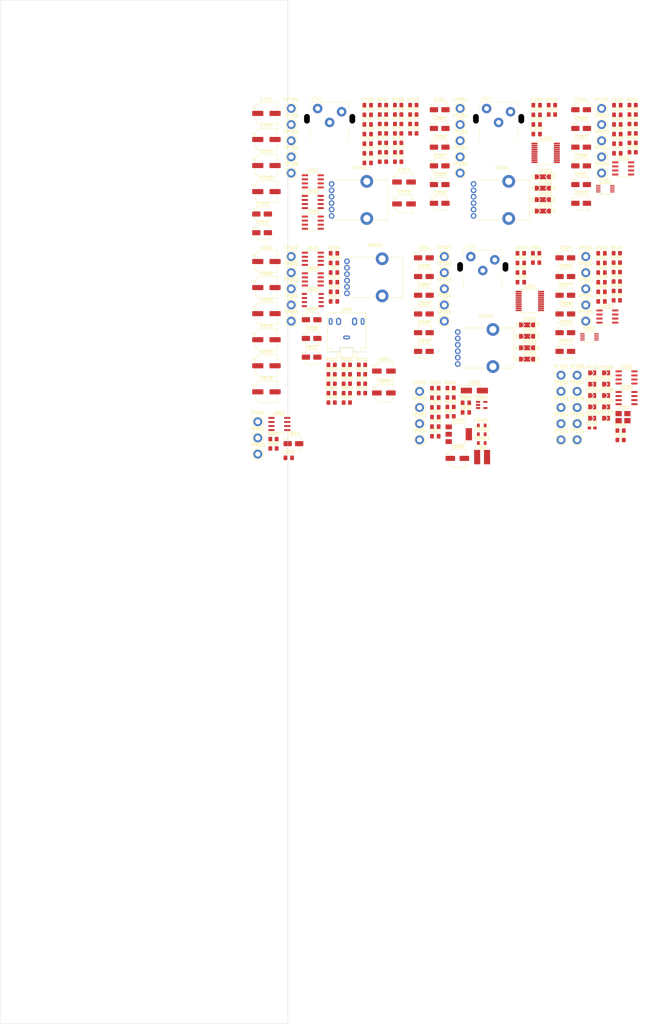
<source format=kicad_pcb>
(kicad_pcb (version 20221018) (generator pcbnew)
  (layers (0 "F.Cu" signal) (31 "B.Cu" signal) (34 "B.Paste" user) (35 "F.Paste" user) (36 "B.SilkS" user "B.Silkscreen") (37 "F.SilkS" user "F.Silkscreen") (38 "B.Mask" user) (39 "F.Mask" user) (44 "Edge.Cuts" user))
  (net 0 "")
  (net 1 "Net-(JP101-B)")
  (net 2 "GND")
  (net 3 "Net-(C201-Pad1)")
  (net 4 "Net-(J201-IN1)")
  (net 5 "Net-(C202-Pad1)")
  (net 6 "Net-(J201-IN2)")
  (net 7 "VDD")
  (net 8 "Net-(U201-COM)")
  (net 9 "Net-(U201-VREFP)")
  (net 10 "VAA")
  (net 11 "Net-(C301-Pad1)")
  (net 12 "Net-(J301-IN1)")
  (net 13 "Net-(C302-Pad1)")
  (net 14 "Net-(J301-IN2)")
  (net 15 "Net-(U301-COM)")
  (net 16 "Net-(U301-VREFP)")
  (net 17 "Net-(U401-VQ)")
  (net 18 "Net-(U401-FILT+)")
  (net 19 "Net-(U401-AOUTL)")
  (net 20 "Net-(C407-Pad2)")
  (net 21 "Net-(U401-AOUTR)")
  (net 22 "Net-(C409-Pad1)")
  (net 23 "Net-(C410-Pad1)")
  (net 24 "Net-(U402A-+)")
  (net 25 "Net-(U402B-+)")
  (net 26 "Net-(U501-VQ)")
  (net 27 "Net-(U501-FILT+)")
  (net 28 "Net-(U501-AOUTL)")
  (net 29 "Net-(C507-Pad2)")
  (net 30 "Net-(U501-AOUTR)")
  (net 31 "Net-(C509-Pad1)")
  (net 32 "Net-(C510-Pad1)")
  (net 33 "Net-(U502A-+)")
  (net 34 "Net-(U502B-+)")
  (net 35 "/AudioDac0/OUT_L")
  (net 36 "Net-(C601-Pad2)")
  (net 37 "/AudioDac0/OUT_R")
  (net 38 "Net-(C602-Pad2)")
  (net 39 "Net-(C603-Pad1)")
  (net 40 "Net-(U601A-+)")
  (net 41 "Net-(C604-Pad1)")
  (net 42 "Net-(U602A-+)")
  (net 43 "Net-(U601B--)")
  (net 44 "Net-(C605-Pad2)")
  (net 45 "Net-(U602B--)")
  (net 46 "Net-(C606-Pad2)")
  (net 47 "Net-(C607-Pad2)")
  (net 48 "Net-(C608-Pad2)")
  (net 49 "Net-(U603-Input1+)")
  (net 50 "VAA_BIAS_L")
  (net 51 "Net-(U603-Input2+)")
  (net 52 "VAA_BIAS_R")
  (net 53 "Net-(U603-OUTPUT1)")
  (net 54 "Net-(C614-Pad2)")
  (net 55 "Net-(U603-OUTPUT2)")
  (net 56 "Net-(C615-Pad2)")
  (net 57 "Net-(C616-Pad2)")
  (net 58 "Net-(C617-Pad2)")
  (net 59 "/AudioDac1/OUT_L")
  (net 60 "Net-(C701-Pad2)")
  (net 61 "/AudioDac1/OUT_R")
  (net 62 "Net-(C702-Pad2)")
  (net 63 "Net-(C704-Pad1)")
  (net 64 "Net-(U701A-+)")
  (net 65 "Net-(C705-Pad1)")
  (net 66 "Net-(U702A-+)")
  (net 67 "Net-(U701B--)")
  (net 68 "Net-(C708-Pad2)")
  (net 69 "Net-(U702B--)")
  (net 70 "Net-(C709-Pad2)")
  (net 71 "Net-(C710-Pad2)")
  (net 72 "Net-(C711-Pad2)")
  (net 73 "Net-(U703A--)")
  (net 74 "Net-(C712-Pad2)")
  (net 75 "Net-(U703B--)")
  (net 76 "Net-(C713-Pad2)")
  (net 77 "Net-(C714-Pad1)")
  (net 78 "Net-(J701-IN1)")
  (net 79 "Net-(C715-Pad1)")
  (net 80 "Net-(J701-IN2)")
  (net 81 "Net-(U801A-+)")
  (net 82 "/AudioPower/Boost in")
  (net 83 "/AudioPower/7V")
  (net 84 "/AudioPower/Boost Feedback")
  (net 85 "Net-(U902-VI)")
  (net 86 "Net-(U902-VO)")
  (net 87 "/AudioPower/Boost Sw")
  (net 88 "Net-(D902-A)")
  (net 89 "Net-(D903-A)")
  (net 90 "+5V")
  (net 93 "/MCLK")
  (net 94 "/ADC0_MCLK")
  (net 95 "/ADC1_MCLK")
  (net 96 "/DAC0_MCLK")
  (net 97 "/DAC1_MCLK")
  (net 98 "Net-(JP106-A)")
  (net 99 "/BCLK")
  (net 100 "/ADC0_BCLK")
  (net 101 "/ADC1_BCLK")
  (net 102 "/DAC0_BCLK")
  (net 103 "/DAC1_BCLK")
  (net 104 "/ADC_IWL")
  (net 105 "/ADC_FSAMPEN")
  (net 106 "/ADC_FORMAT")
  (net 107 "/ADC_CONFIG.ADC_M{slash}S")
  (net 108 "/ADC_M{slash}S")
  (net 109 "Net-(U101-Tri-State)")
  (net 110 "Net-(U201-AINL)")
  (net 111 "Net-(U201-AINR)")
  (net 112 "Net-(U301-AINL)")
  (net 113 "Net-(U301-AINR)")
  (net 114 "Net-(U601A--)")
  (net 115 "Net-(U602A--)")
  (net 116 "Net-(U603-Input1-)")
  (net 117 "Net-(U603-Input2-)")
  (net 118 "Net-(U701A--)")
  (net 119 "Net-(U702A--)")
  (net 120 "Net-(U703A-+)")
  (net 121 "Net-(U703B-+)")
  (net 122 "Net-(U201-AINOPL)")
  (net 124 "Net-(U201-AINOPR)")
  (net 126 "Net-(U301-AINOPL)")
  (net 128 "Net-(U301-AINOPR)")
  (net 130 "/ADCIN0")
  (net 131 "/ADCIN1")
  (net 132 "/LRCLK")
  (net 133 "/DACOUT0")
  (net 134 "/DACOUT1")
  (net 135 "/AudioPower/VA_en")
  (footprint "Package_SO:SSOP-20_5.3x7.2mm_P0.65mm" (layer "F.Cu") (at 170.66 47.74)
    (fp_text reference "U201")
    (fp_text value "WM8782SEDS")
  )
  (footprint "Jumper:SolderJumper-2_P1.3mm_Open_TrianglePad1.0x1.5mm" (layer "F.Cu") (at 189.56 116.5)
    (fp_text reference "JP106")
    (fp_text value "Jumper_2_Open")
  )
  (footprint "Package_SO:SOIC-8_3.9x4.9mm_P1.27mm" (layer "F.Cu") (at 195.96 124.4)
    (fp_text reference "U103")
    (fp_text value "CY2305SXC-1HT")
  )
  (footprint "Resistor_SMD:R_0805_2012Metric_Pad1.20x1.40mm_HandSolder" (layer "F.Cu") (at 103.7 116.95)
    (fp_text reference "R602")
    (fp_text value "22k")
  )
  (footprint "TestPoint:TestPoint_Keystone_5005-5009_Compact" (layer "F.Cu") (at 188.16 43.95)
    (fp_text reference "TP403")
    (fp_text value "TestPoint")
  )
  (footprint "Package_SO:SSOP-20_5.3x7.2mm_P0.65mm" (layer "F.Cu") (at 165.71 94.04)
    (fp_text reference "U301")
    (fp_text value "WM8782SEDS")
  )
  (footprint "Package_SO:SOIC-8_3.9x4.9mm_P1.27mm" (layer "F.Cu") (at 97.8 63.1)
    (fp_text reference "U702")
    (fp_text value "NE5532")
  )
  (footprint "Resistor_SMD:R_0805_2012Metric_Pad1.20x1.40mm_HandSolder" (layer "F.Cu") (at 124.51 47.55)
    (fp_text reference "R713")
    (fp_text value "5k1")
  )
  (footprint "Capacitor_SMD:CP_Elec_4x5.8" (layer "F.Cu") (at 181.76 57.65)
    (fp_text reference "C411")
    (fp_text value "10uF/25V")
  )
  (footprint "Resistor_SMD:R_0805_2012Metric_Pad1.20x1.40mm_HandSolder" (layer "F.Cu") (at 108.45 122.85)
    (fp_text reference "R609")
    (fp_text value "100R")
  )
  (footprint "Resistor_SMD:R_0805_2012Metric_Pad1.20x1.40mm_HandSolder" (layer "F.Cu") (at 197.87 32.8)
    (fp_text reference "R401")
    (fp_text value "10k")
  )
  (footprint "Resistor_SMD:R_0805_2012Metric_Pad1.20x1.40mm_HandSolder" (layer "F.Cu") (at 85.5 140.15)
    (fp_text reference "R802")
    (fp_text value "22k")
  )
  (footprint "Capacitor_SMD:CP_Elec_4x5.8" (layer "F.Cu") (at 132.56 92.25)
    (fp_text reference "C304")
    (fp_text value "10uF/25V")
  )
  (footprint "Capacitor_SMD:C_0805_2012Metric_Pad1.18x1.45mm_HandSolder" (layer "F.Cu") (at 90.28 143.08)
    (fp_text reference "C801")
    (fp_text value "100nF/50V")
  )
  (footprint "Capacitor_SMD:C_0805_2012Metric_Pad1.18x1.45mm_HandSolder" (layer "F.Cu") (at 136.14 130.31)
    (fp_text reference "C904")
    (fp_text value "4.7uF/25V")
  )
  (footprint "TestPoint:TestPoint_Keystone_5005-5009_Compact" (layer "F.Cu") (at 131.21 127.35)
    (fp_text reference "TP902")
    (fp_text value "TestPoint")
  )
  (footprint "Jumper:SolderJumper-3_P2.0mm_Open_TrianglePad1.0x1.5mm_NumberLabels" (layer "F.Cu") (at 169.79 62.36)
    (fp_text reference "JP203")
    (fp_text value "SolderJumper_3_Bridged12")
  )
  (footprint "TestPoint:TestPoint_Keystone_5005-5009_Compact" (layer "F.Cu") (at 180.51 117.25)
    (fp_text reference "TP106")
    (fp_text value "TestPoint")
  )
  (footprint "Resistor_SMD:R_0805_2012Metric_Pad1.20x1.40mm_HandSolder" (layer "F.Cu") (at 192.92 85)
    (fp_text reference "R503")
    (fp_text value "470R")
  )
  (footprint "Capacitor_SMD:C_0805_2012Metric_Pad1.18x1.45mm_HandSolder" (layer "F.Cu") (at 193.09 41.86)
    (fp_text reference "C406")
    (fp_text value "100nF/50V")
  )
  (footprint "Capacitor_SMD:CP_Elec_5x5.8" (layer "F.Cu") (at 120.05 122.8)
    (fp_text reference "C604")
    (fp_text value "22uF/16V")
  )
  (footprint "Resistor_SMD:R_0805_2012Metric_Pad1.20x1.40mm_HandSolder" (layer "F.Cu") (at 129.26 35.75)
    (fp_text reference "R716")
    (fp_text value "68R")
  )
  (footprint "Capacitor_SMD:CP_Elec_4x5.8" (layer "F.Cu") (at 181.76 45.95)
    (fp_text reference "C407")
    (fp_text value "10uF/25V")
  )
  (footprint "Capacitor_SMD:CP_Elec_4x5.8" (layer "F.Cu") (at 137.51 45.95)
    (fp_text reference "C204")
    (fp_text value "10uF/25V")
  )
  (footprint "Capacitor_SMD:CP_Elec_4x5.8" (layer "F.Cu") (at 132.56 80.55)
    (fp_text reference "C301")
    (fp_text value "10uF/25V")
  )
  (footprint "TestPoint:TestPoint_Keystone_5005-5009_Compact" (layer "F.Cu") (at 188.16 54.05)
    (fp_text reference "TP405")
    (fp_text value "TestPoint")
  )
  (footprint "Capacitor_SMD:CP_Elec_6.3x5.8" (layer "F.Cu") (at 83.3 59.85)
    (fp_text reference "C715")
    (fp_text value "100u/10V")
  )
  (footprint "Package_SO:SOP-8_3.9x4.9mm_P1.27mm" (layer "F.Cu") (at 97.8 93.75)
    (fp_text reference "U603")
    (fp_text value "TDA2822D")
  )
  (footprint "Capacitor_SMD:C_0805_2012Metric_Pad1.18x1.45mm_HandSolder" (layer "F.Cu") (at 188.14 88.16)
    (fp_text reference "C506")
    (fp_text value "100nF/50V")
  )
  (footprint "Capacitor_SMD:C_0805_2012Metric_Pad1.18x1.45mm_HandSolder" (layer "F.Cu") (at 114.98 38.85)
    (fp_text reference "C707")
    (fp_text value "100nF/50V")
  )
  (footprint "Capacitor_SMD:C_0805_2012Metric_Pad1.18x1.45mm_HandSolder" (layer "F.Cu") (at 167.84 41.86)
    (fp_text reference "C208")
    (fp_text value "100nF/50V")
  )
  (footprint "Package_SO:SOIC-8_3.9x4.9mm_P1.27mm" (layer "F.Cu") (at 189.96 98.91)
    (fp_text reference "U502")
    (fp_text value "NE5532")
  )
  (footprint "Jumper:SolderJumper-2_P1.3mm_Open_TrianglePad1.0x1.5mm" (layer "F.Cu") (at 185.21 116.5)
    (fp_text reference "JP101")
    (fp_text value "Jumper_2_Open")
  )
  (footprint "Capacitor_SMD:C_0805_2012Metric_Pad1.18x1.45mm_HandSolder" (layer "F.Cu") (at 188.14 94.18)
    (fp_text reference "C510")
    (fp_text value "10nF/50V")
  )
  (footprint "Resistor_SMD:R_0805_2012Metric_Pad1.20x1.40mm_HandSolder" (layer "F.Cu") (at 119.76 35.75)
    (fp_text reference "R702")
    (fp_text value "22k")
  )
  (footprint "Capacitor_SMD:C_0805_2012Metric_Pad1.18x1.45mm_HandSolder" (layer "F.Cu") (at 114.98 32.83)
    (fp_text reference "C703")
    (fp_text value "100nF/50V")
  )
  (footprint "Capacitor_SMD:CP_Elec_6.3x5.8" (layer "F.Cu") (at 83.3 114.3)
    (fp_text reference "C614")
    (fp_text value "100u/10V")
  )
  (footprint "Capacitor_SMD:CP_Elec_4x5.8" (layer "F.Cu") (at 176.81 98.1)
    (fp_text reference "C508")
    (fp_text value "10uF/25V")
  )
  (footprint "Capacitor_SMD:C_0805_2012Metric_Pad1.18x1.45mm_HandSolder" (layer "F.Cu") (at 188.14 85.15)
    (fp_text reference "C503")
    (fp_text value "100nF/50V")
  )
  (footprint "Capacitor_SMD:C_0805_2012Metric_Pad1.18x1.45mm_HandSolder" (layer "F.Cu") (at 136.14 121.28)
    (fp_text reference "C901")
    (fp_text value "4.7uF/25V")
  )
  (footprint "Resistor_SMD:R_0805_2012Metric_Pad1.20x1.40mm_HandSolder" (layer "F.Cu") (at 108.45 114)
    (fp_text reference "R606")
    (fp_text value "1k3")
  )
  (footprint "Capacitor_SMD:C_0805_2012Metric_Pad1.18x1.45mm_HandSolder" (layer "F.Cu") (at 162.89 79.13)
    (fp_text reference "C303")
    (fp_text value "100nF/50V")
  )
  (footprint "TestPoint:TestPoint_Keystone_5005-5009_Compact" (layer "F.Cu") (at 180.51 132.4)
    (fp_text reference "TP109")
    (fp_text value "TestPoint")
  )
  (footprint "TestPoint:TestPoint_Keystone_5005-5009_Compact" (layer "F.Cu") (at 143.91 33.85)
    (fp_text reference "TP201")
    (fp_text value "TestPoint")
  )
  (footprint "Resistor_SMD:R_0805_2012Metric_Pad1.20x1.40mm_HandSolder" (layer "F.Cu") (at 108.45 125.8)
    (fp_text reference "R610")
    (fp_text value "100R")
  )
  (footprint "Jumper:SolderJumper-3_P2.0mm_Open_TrianglePad1.0x1.5mm_NumberLabels" (layer "F.Cu") (at 164.84 105.09)
    (fp_text reference "JP302")
    (fp_text value "SolderJumper_3_Bridged12")
  )
  (footprint "Resistor_SMD:R_0805_2012Metric_Pad1.20x1.40mm_HandSolder" (layer "F.Cu") (at 119.76 41.65)
    (fp_text reference "R704")
    (fp_text value "680R")
  )
  (footprint "TestPoint:TestPoint_Keystone_5005-5009_Compact" (layer "F.Cu") (at 143.91 43.95)
    (fp_text reference "TP203")
    (fp_text value "TestPoint")
  )
  (footprint "Package_SO:MSOP-10_3x3mm_P0.5mm" (layer "F.Cu") (at 189.31 58.95)
    (fp_text reference "U401")
    (fp_text value "CS4344")
  )
  (footprint "Resistor_SMD:R_0805_2012Metric_Pad1.20x1.40mm_HandSolder" (layer "F.Cu") (at 140.92 124.2)
    (fp_text reference "R902")
    (fp_text value "100k")
  )
  (footprint "Capacitor_SMD:C_0805_2012Metric_Pad1.18x1.45mm_HandSolder" (layer "F.Cu") (at 162.89 85.15)
    (fp_text reference "C306")
    (fp_text value "100nF/50V")
  )
  (footprint "Resistor_SMD:R_0805_2012Metric_Pad1.20x1.40mm_HandSolder" (layer "F.Cu") (at 124.51 32.8)
    (fp_text reference "R708")
    (fp_text value "22k")
  )
  (footprint "Resistor_SMD:R_0805_2012Metric_Pad1.20x1.40mm_HandSolder" (layer "F.Cu") (at 124.51 38.7)
    (fp_text reference "R710")
    (fp_text value "100R")
  )
  (footprint "Connector_Audio:Jack_3.5mm_CUI_SJ1-3525N_Horizontal" (layer "F.Cu") (at 108.385 105.45)
    (fp_text reference "J601")
    (fp_text value "AudioJack3")
    (fp_line (start -2.2 3.5) (end -2.2 4.5) (stroke (width 0.12)) (layer "Edge.Cuts"))
    (fp_line (start -2.2 4.5) (end -6.5 4.5) (stroke (width 0.12)) (layer "Edge.Cuts"))
    (fp_line (start 1.8 3.1) (end -1.8 3.1) (stroke (width 0.12)) (layer "Edge.Cuts"))
    (fp_line (start 2.2 3.5) (end 2.2 4.5) (stroke (width 0.12)) (layer "Edge.Cuts"))
    (fp_line (start 2.2 4.5) (end 6.5 4.5) (stroke (width 0.12)) (layer "Edge.Cuts"))
    (fp_arc (start -2.2 3.5) (mid -2.082842 3.217158) (end -1.8 3.1) (stroke (width 0.12)) (layer "Edge.Cuts"))
    (fp_arc (start 1.8 3.1) (mid 2.082843 3.217157) (end 2.2 3.5) (stroke (width 0.12)) (layer "Edge.Cuts"))
  )
  (footprint "Capacitor_SMD:CP_Elec_4x5.8" (layer "F.Cu") (at 137.51 63.5)
    (fp_text reference "C210")
    (fp_text value "10uF/25V")
  )
  (footprint "Capacitor_SMD:C_0805_2012Metric_Pad1.18x1.45mm_HandSolder" (layer "F.Cu") (at 136.14 133.32)
    (fp_text reference "C905")
    (fp_text value "4.7uF/25V")
  )
  (footprint "TestPoint:TestPoint_Keystone_5005-5009_Compact" (layer "F.Cu") (at 183.21 85.2)
    (fp_text reference "TP502")
    (fp_text value "TestPoint")
  )
  (footprint "Capacitor_SMD:C_0805_2012Metric_Pad1.18x1.45mm_HandSolder" (layer "F.Cu") (at 104.43 85.15)
    (fp_text reference "C611")
    (fp_text value "100nF/50V")
  )
  (footprint "Resistor_SMD:R_0805_2012Metric_Pad1.20x1.40mm_HandSolder" (layer "F.Cu") (at 140.92 121.25)
    (fp_text reference "R901")
    (fp_text value "470k")
  )
  (footprint "TestPoint:TestPoint_Keystone_5005-5009_Compact" (layer "F.Cu") (at 91.05 80.15)
    (fp_text reference "TP601")
    (fp_text value "TestPoint")
  )
  (footprint "Capacitor_SMD:CP_Elec_4x5.8" (layer "F.Cu") (at 176.81 92.25)
    (fp_text reference "C507")
    (fp_text value "10uF/25V")
  )
  (footprint "Capacitor_SMD:CP_Elec_4x5.8" (layer "F.Cu") (at 132.56 98.1)
    (fp_text reference "C307")
    (fp_text value "10uF/25V")
  )
  (footprint "Capacitor_SMD:CP_Elec_4x5.8" (layer "F.Cu") (at 132.56 109.8)
    (fp_text reference "C310")
    (fp_text value "10uF/25V")
  )
  (footprint "Jumper:SolderJumper-2_P1.3mm_Open_TrianglePad1.0x1.5mm" (layer "F.Cu") (at 185.21 130.7)
    (fp_text reference "JP105")
    (fp_text value "Jumper_2_Open")
  )
  (footprint "Resistor_SMD:R_0805_2012Metric_Pad1.20x1.40mm_HandSolder" (layer "F.Cu") (at 113.2 114)
    (fp_text reference "R611")
    (fp_text value "10k")
  )
  (footprint "Capacitor_SMD:CP_Elec_4x5.8" (layer "F.Cu") (at 132.56 86.4)
    (fp_text reference "C302")
    (fp_text value "10uF/25V")
  )
  (footprint "Jumper:SolderJumper-3_P2.0mm_Open_TrianglePad1.0x1.5mm_NumberLabels" (layer "F.Cu") (at 169.79 55.22)
    (fp_text reference "JP201")
    (fp_text value "SolderJumper_3_Bridged12")
  )
  (footprint "Capacitor_SMD:C_0805_2012Metric_Pad1.18x1.45mm_HandSolder" (layer "F.Cu") (at 162.89 82.14)
    (fp_text reference "C305")
    (fp_text value "100nF/50V")
  )
  (footprint "TestPoint:TestPoint_Keystone_5005-5009_Compact" (layer "F.Cu") (at 91.05 43.95)
    (fp_text reference "TP703")
    (fp_text value "TestPoint")
  )
  (footprint "TestPoint:TestPoint_Keystone_5005-5009_Compact" (layer "F.Cu") (at 91.05 95.3)
    (fp_text reference "TP604")
    (fp_text value "TestPoint")
  )
  (footprint "Jumper:SolderJumper-2_P1.3mm_Open_TrianglePad1.0x1.5mm" (layer "F.Cu") (at 189.56 130.7)
    (fp_text reference "JP110")
    (fp_text value "Jumper_2_Open")
  )
  (footprint "Skrooter_footprints:MSCD43" (layer "F.Cu") (at 150.77 142.85)
    (fp_text reference "L901")
    (fp_text value "22µH")
  )
  (footprint "Resistor_SMD:R_0805_2012Metric_Pad1.20x1.40mm_HandSolder" (layer "F.Cu") (at 108.45 116.95)
    (fp_text reference "R607")
    (fp_text value "22k")
  )
  (footprint "Package_SO:SOIC-8_3.9x4.9mm_P1.27mm" (layer "F.Cu") (at 97.8 80.85)
    (fp_text reference "U601")
    (fp_text value "NE5532")
  )
  (footprint "Capacitor_SMD:CP_Elec_6.3x5.8" (layer "F.Cu") (at 83.3 122.45)
    (fp_text reference "C615")
    (fp_text value "100u/10V")
  )
  (footprint "Capacitor_SMD:CP_Elec_4x5.8" (layer "F.Cu") (at 97.45 99.9)
    (fp_text reference "C607")
    (fp_text value "220uF")
  )
  (footprint "Capacitor_SMD:CP_Elec_4x5.8" (layer "F.Cu") (at 137.51 57.65)
    (fp_text reference "C209")
    (fp_text value "10uF/25V")
  )
  (footprint "Resistor_SMD:R_0805_2012Metric_Pad1.20x1.40mm_HandSolder" (layer "F.Cu") (at 108.45 119.9)
    (fp_text reference "R608")
    (fp_text value "22k")
  )
  (footprint "TestPoint:TestPoint_Keystone_5005-5009_Compact" (layer "F.Cu") (at 188.16 49)
    (fp_text reference "TP404")
    (fp_text value "TestPoint")
  )
  (footprint "Capacitor_SMD:CP_Elec_5x5.8" (layer "F.Cu") (at 126.35 63.7)
    (fp_text reference "C705")
    (fp_text value "22uF/16V")
  )
  (footprint "Skrooter_footprints:psg01550" (layer "F.Cu") (at 103.075 44.875)
    (fp_text reference "J701")
    (fp_text value "PSG01550")
  )
  (footprint "Capacitor_SMD:C_0805_2012Metric_Pad1.18x1.45mm_HandSolder" (layer "F.Cu") (at 136.14 136.33)
    (fp_text reference "C907")
    (fp_text value "4.7uF/25V")
  )
  (footprint "Capacitor_SMD:CP_Elec_6.3x5.8" (layer "F.Cu") (at 83.3 51.7)
    (fp_text reference "C714")
    (fp_text value "100u/10V")
  )
  (footprint "Resistor_SMD:R_0805_2012Metric_Pad1.20x1.40mm_HandSolder" (layer "F.Cu") (at 129.26 32.8)
    (fp_text reference "R715")
    (fp_text value "68R")
  )
  (footprint "Resistor_SMD:R_0805_2012Metric_Pad1.20x1.40mm_HandSolder" (layer "F.Cu") (at 192.92 87.95)
    (fp_text reference "R504")
    (fp_text value "470R")
  )
  (footprint "TestPoint:TestPoint_Keystone_5005-5009_Compact" (layer "F.Cu") (at 183.21 90.25)
    (fp_text reference "TP503")
    (fp_text value "TestPoint")
  )
  (footprint "Capacitor_SMD:C_0805_2012Metric_Pad1.18x1.45mm_HandSolder" (layer "F.Cu") (at 114.98 50.89)
    (fp_text reference "C713")
    (fp_text value "47p/50V")
  )
  (footprint "Resistor_SMD:R_0805_2012Metric_Pad1.20x1.40mm_HandSolder" (layer "F.Cu") (at 124.51 50.5)
    (fp_text reference "R714")
    (fp_text value "5k1")
  )
  (footprint "TestPoint:TestPoint_Keystone_5005-5009_Compact" (layer "F.Cu") (at 80.6 131.8)
    (fp_text reference "TP801")
    (fp_text value "TestPoint")
  )
  (footprint "Package_SO:SOIC-8_3.9x4.9mm_P1.27mm" (layer "F.Cu") (at 87.35 132.5)
    (fp_text reference "U801")
    (fp_text value "NE5532")
  )
  (footprint "Resistor_SMD:R_0805_2012Metric_Pad1.20x1.40mm_HandSolder" (layer "F.Cu") (at 167.67 79.1)
    (fp_text reference "R301")
    (fp_text value "5k1")
  )
  (footprint "Capacitor_SMD:CP_Elec_4x5.8" (layer "F.Cu") (at 97.45 111.6)
    (fp_text reference "C612")
    (fp_text value "10uF/25V")
  )
  (footprint "Package_SO:SOIC-8_3.9x4.9mm_P1.27mm" (layer "F.Cu") (at 195.96 117.95)
    (fp_text reference "U102")
    (fp_text value "CY2305SXC-1HT")
  )
  (footprint "TestPoint:TestPoint_Keystone_5005-5009_Compact" (layer "F.Cu") (at 91.05 49)
    (fp_text reference "TP704")
    (fp_text value "TestPoint")
  )
  (footprint "TestPoint:TestPoint_Keystone_5005-5009_Compact" (layer "F.Cu") (at 183.21 80.15)
    (fp_text reference "TP501")
    (fp_text value "TestPoint")
  )
  (footprint "Capacitor_SMD:C_0805_2012Metric_Pad1.18x1.45mm_HandSolder" (layer "F.Cu") (at 136.14 124.29)
    (fp_text reference "C902")
    (fp_text value "22pF/50V")
  )
  (footprint "Package_SO:SOIC-8_3.9x4.9mm_P1.27mm" (layer "F.Cu") (at 97.8 87.3)
    (fp_text reference "U602")
    (fp_text value "NE5532")
  )
  (footprint "TestPoint:TestPoint_Keystone_5005-5009_Compact" (layer "F.Cu") (at 131.21 122.3)
    (fp_text reference "TP901")
    (fp_text value "TestPoint")
  )
  (footprint "Resistor_SMD:R_0805_2012Metric_Pad1.20x1.40mm_HandSolder" (layer "F.Cu") (at 197.87 38.7)
    (fp_text reference "R403")
    (fp_text value "470R")
  )
  (footprint "Capacitor_SMD:C_0805_2012Metric_Pad1.18x1.45mm_HandSolder" (layer "F.Cu") (at 104.43 82.14)
    (fp_text reference "C606")
    (fp_text value "100pF/50V")
  )
  (footprint "TestPoint:TestPoint_Keystone_5005-5009_Compact" (layer "F.Cu") (at 175.46 132.4)
    (fp_text reference "TP104")
    (fp_text value "TestPoint")
  )
  (footprint "Capacitor_SMD:C_0805_2012Metric_Pad1.18x1.45mm_HandSolder" (layer "F.Cu") (at 162.89 88.16)
    (fp_text reference "C308")
    (fp_text value "100nF/50V")
  )
  (footprint "Capacitor_SMD:C_0805_2012Metric_Pad1.18x1.45mm_HandSolder" (layer "F.Cu") (at 167.84 35.84)
    (fp_text reference "C205")
    (fp_text value "100nF/50V")
  )
  (footprint "Capacitor_SMD:C_0805_2012Metric_Pad1.18x1.45mm_HandSolder" (layer "F.Cu") (at 193.09 35.84)
    (fp_text reference "C402")
    (fp_text value "1uF/50V")
  )
  (footprint "TestPoint:TestPoint_Keystone_5005-5009_Compact" (layer "F.Cu") (at 175.46 122.3)
    (fp_text reference "TP102")
    (fp_text value "TestPoint")
  )
  (footprint "Capacitor_SMD:CP_Elec_4x5.8" (layer "F.Cu") (at 137.51 40.1)
    (fp_text reference "C202")
    (fp_text value "10uF/25V")
  )
  (footprint "TestPoint:TestPoint_Keystone_5005-5009_Compact" (layer "F.Cu") (at 80.6 136.85)
    (fp_text reference "TP802")
    (fp_text value "TestPoint")
  )
  (footprint "TestPoint:TestPoint_Keystone_5005-5009_Compact" (layer "F.Cu") (at 138.96 90.25)
    (fp_text reference "TP303")
    (fp_text value "TestPoint")
  )
  (footprint "Package_SO:SOIC-8_3.9x4.9mm_P1.27mm" (layer "F.Cu") (at 97.8 56.65)
    (fp_text reference "U701")
    (fp_text value "NE5532")
  )
  (footprint "TestPoint:TestPoint_Keystone_5005-5009_Compact" (layer "F.Cu") (at 138.96 100.35)
    (fp_text reference "TP305")
    (fp_text value "TestPoint")
  )
  (footprint "Jumper:SolderJumper-3_P2.0mm_Open_TrianglePad1.0x1.5mm_NumberLabels" (layer "F.Cu") (at 169.79 65.93)
    (fp_text reference "JP204")
    (fp_text value "SolderJumper_3_Bridged12")
  )
  (footprint "Skrooter_footprints:Potentiometer_Bourns_PTV09A-1_Dual_Vertical" (layer "F.Cu") (at 143.16 108.75)
    (fp_text reference "RV301")
    (fp_text value "10k/PTV112-4420A-B103")
  )
  (footprint "TestPoint:TestPoint_Keystone_5005-5009_Compact" (layer "F.Cu") (at 80.6 141.9)
    (fp_text reference "TP803")
    (fp_text value "TestPoint")
  )
  (footprint "Capacitor_SMD:CP_Elec_4x5.8" (layer "F.Cu") (at 176.81 86.4)
    (fp_text reference "C505")
    (fp_text value "10uF/25V")
  )
  (footprint "Resistor_SMD:R_0805_2012Metric_Pad1.20x1.40mm_HandSolder" (layer "F.Cu") (at 103.7 122.85)
    (fp_text reference "R604")
    (fp_text value "680R")
  )
  (footprint "TestPoint:TestPoint_Keystone_5005-5009_Compact" (layer "F.Cu") (at 91.05 90.25)
    (fp_text reference "TP603")
    (fp_text value "TestPoint")
  )
  (footprint "Resistor_SMD:R_0805_2012Metric_Pad1.20x1.40mm_HandSolder" (layer "F.Cu") (at 194.11 134.55)
    (fp_text reference "R101")
    (fp_text value "R/NM")
  )
  (footprint "Capacitor_SMD:CP_Elec_4x5.8" (layer "F.Cu") (at 176.81 109.8)
    (fp_text reference "C512")
    (fp_text value "10uF/25V")
  )
  (footprint "Capacitor_SMD:C_0805_2012Metric_Pad1.18x1.45mm_HandSolder" (layer "F.Cu") (at 114.98 44.87)
    (fp_text reference "C709")
    (fp_text value "100pF/50V")
  )
  (footprint "Resistor_SMD:R_0805_2012Metric_Pad1.20x1.40mm_HandSolder" (layer "F.Cu") (at 119.76 50.5)
    (fp_text reference "R707")
    (fp_text value "22k")
  )
  (footprint "Resistor_SMD:R_0805_2012Metric_Pad1.20x1.40mm_HandSolder" (layer "F.Cu") (at 197.87 35.75)
    (fp_text reference "R402")
    (fp_text value "10k")
  )
  (footprint "Resistor_SMD:R_0805_2012Metric_Pad1.20x1.40mm_HandSolder" (layer "F.Cu") (at 192.92 82.05)
    (fp_text reference "R502")
    (fp_text value "10k")
  )
  (footprint "Resistor_SMD:R_0805_2012Metric_Pad1.20x1.40mm_HandSolder" (layer "F.Cu") (at 192.92 90.9)
    (fp_text reference "R505")
    (fp_text value "22k")
  )
  (footprint "Jumper:SolderJumper-2_P1.3mm_Open_TrianglePad1.0x1.5mm" (layer "F.Cu") (at 185.21 120.05)
    (fp_text reference "JP102")
    (fp_text value "Jumper_2_Open")
  )
  (footprint "Resistor_SMD:R_0805_2012Metric_Pad1.20x1.40mm_HandSolder" (layer "F.Cu") (at 119.76 47.55)
    (fp_text reference "R706")
    (fp_text value "1k3")
  )
  (footprint "Capacitor_SMD:C_0805_2012Metric_Pad1.18x1.45mm_HandSolder" (layer "F.Cu") (at 188.14 82.14)
    (fp_text reference "C502")
    (fp_text value "1uF/50V")
  )
  (footprint "Resistor_SMD:R_0805_2012Metric_Pad1.20x1.40mm_HandSolder" (layer "F.Cu") (at 124.51 44.6)
    (fp_text reference "R712")
    (fp_text value "5k1")
  )
  (footprint "Resistor_SMD:R_0805_2012Metric_Pad1.20x1.40mm_HandSolder" (layer "F.Cu") (at 124.51 41.65)
    (fp_text reference "R711")
    (fp_text value "5k1")
  )
  (footprint "Capacitor_SMD:CP_Elec_4x5.8" (layer "F.Cu") (at 132.56 103.95)
    (fp_text reference "C309")
    (fp_text value "10uF/25V")
  )
  (footprint "Capacitor_SMD:CP_Elec_4x5.8" (layer "F.Cu") (at 137.51 34.25)
    (fp_text reference "C201")
    (fp_text value "10uF/25V")
  )
  (footprint "TestPoint:TestPoint_Keystone_5005-5009_Compact" (layer "F.Cu") (at 175.46 117.25)
    (fp_text reference "TP101")
    (fp_text value "TestPoint")
  )
  (footprint "Resistor_SMD:R_0805_2012Metric_Pad1.20x1.40mm_HandSolder" (layer "F.Cu") (at 124.51 35.75)
    (fp_text reference "R709")
    (fp_text value "100R")
  )
  (footprint "TestPoint:TestPoint_Keystone_5005-5009_Compact" (layer "F.Cu") (at 180.51 122.3)
    (fp_text reference "TP107")
    (fp_text value "TestPoint")
  )
  (footprint "Capacitor_SMD:C_0603_1608Metric_Pad1.08x0.95mm_HandSolder" (layer "F.Cu") (at 185.21 133.73)
    (fp_text reference "C101")
    (fp_text value "F/NM")
  )
  (footprint "Capacitor_SMD:C_0805_2012Metric_Pad1.18x1.45mm_HandSolder" (layer "F.Cu") (at 104.43 91.17)
    (fp_text reference "C616")
    (fp_text value "100nF/50V")
  )
  (footprint "Jumper:SolderJumper-2_P1.3mm_Open_TrianglePad1.0x1.5mm" (layer "F.Cu") (at 185.21 123.6)
    (fp_text reference "JP103")
    (fp_text value "Jumper_2_Open")
  )
  (footprint "Skrooter_footprints:psg01550" (layer "F.Cu") (at 150.985 91.175)
    (fp_text reference "J301")
    (fp_text value "PSG01550")
  )
  (footprint "Resistor_SMD:R_0805_2012Metric_Pad1.20x1.40mm_HandSolder" (layer "F.Cu") (at 140.92 127.15)
    (fp_text reference "R903")
    (fp_text value "1k")
  )
  (footprint "TestPoint:TestPoint_Keystone_5005-5009_Compact" (layer "F.Cu") (at 131.21 132.4)
    (fp_text reference "TP903")
    (fp_text value "TestPoint")
  )
  (footprint "Resistor_SMD:R_0805_2012Metric_Pad1.20x1.40mm_HandSolder" (layer "F.Cu") (at 192.92 79.1)
    (fp_text reference "R501")
    (fp_text value "10k")
  )
  (footprint "Capacitor_SMD:CP_Elec_6.3x5.8" (layer "F.Cu") (at 83.3 98)
    (fp_text reference "C609")
    (fp_text value "100u/10V")
  )
  (footprint "Capacitor_SMD:CP_Elec_4x5.8" (layer "F.Cu") (at 91.75 138.65)
    (fp_text reference "C802")
    (fp_text value "220uF")
  )
  (footprint "Skrooter_footprints:Potentiometer_Bourns_PTV09A-1_Dual_Vertical" (layer "F.Cu") (at 108.51 86.65)
    (fp_text reference "RV601")
    (fp_text value "10k/PTV112-4420A-B103")
  )
  (footprint "TestPoint:TestPoint_Keystone_5005-5009_Compact" (layer "F.Cu") (at 138.96 85.2)
    (fp_text reference "TP302")
    (fp_text value "TestPoint")
  )
  (footprint "Jumper:SolderJumper-3_P2.0mm_Open_TrianglePad1.0x1.5mm_NumberLabels" (layer "F.Cu") (at 164.84 101.52)
    (fp_text reference "JP301")
    (fp_text value "SolderJumper_3_Bridged12")
  )
  (footprint "Capacitor_SMD:CP_Elec_5x5.8" (layer "F.Cu") (at 120.05 115.95)
    (fp_text reference "C603")
    (fp_text value "22uF/16V")
  )
  (footprint "Resistor_SMD:R_0805_2012Metric_Pad1.20x1.40mm_HandSolder" (layer "F.Cu") (at 113.2 122.85)
    (fp_text reference "R614")
    (fp_text value "4R7")
  )
  (footprint "Capacitor_SMD:CP_Elec_4x5.8" (layer "F.Cu") (at 81.95 66.85)
    (fp_text reference "C710")
    (fp_text value "220uF")
  )
  (footprint "TestPoint:TestPoint_Keystone_5005-5009_Compact" (layer "F.Cu") (at 188.16 33.85)
    (fp_text reference "TP401")
    (fp_text value "TestPoint")
  )
  (footprint "Resistor_SMD:R_0805_2012Metric_Pad1.20x1.40mm_HandSolder" (layer "F.Cu") (at 167.67 82.05)
    (fp_text reference "R302")
    (fp_text value "5k1")
  )
  (footprint "Capacitor_SMD:CP_Elec_4x5.8" (layer "F.Cu") (at 176.81 103.95)
    (fp_text reference "C511")
    (fp_text value "10uF/25V")
  )
  (footprint "Resistor_SMD:R_0805_2012Metric_Pad1.20x1.40mm_HandSolder" (layer "F.Cu") (at 103.7 119.9)
    (fp_text reference "R603")
    (fp_text value "680R")
  )
  (footprint "Package_SO:MSOP-10_3x3mm_P0.5mm" (layer "F.Cu") (at 184.36 105.25)
    (fp_text reference "U501")
    (fp_text value "CS4344")
  )
  (footprint "Inductor_SMD:L_0805_2012Metric" (layer "F.Cu") (at 150.67 132.95)
    (fp_text reference "FB901")
    (fp_text value "FerriteBead")
  )
  (footprint "Capacitor_SMD:CP_Elec_6.3x5.8" (layer "F.Cu") (at 83.3 89.85)
    (fp_text reference "C602")
    (fp_text value "100u/10V")
  )
  (footprint "Diode_SMD:D_SMA_Handsoldering" (layer "F.Cu") (at 148.365 122.05)
    (fp_text reference "D901")
    (fp_text value "SS54")
  )
  (footprint "TestPoint:TestPoint_Keystone_5005-5009_Compact" (layer "F.Cu") (at 91.05 85.2)
    (fp_text reference "TP602")
    (fp_text value "TestPoint")
  )
  (footprint "Jumper:SolderJumper-2_P1.3mm_Open_TrianglePad1.0x1.5mm" (layer "F.Cu") (at 189.56 123.6)
    (fp_text reference "JP108")
    (fp_text value "Jumper_2_Open")
  )
  (footprint "Capacitor_SMD:C_0805_2012Metric_Pad1.18x1.45mm_HandSolder" (layer "F.Cu") (at 114.98 41.86)
    (fp_text reference "C708")
    (fp_text value "100pF/50V")
  )
  (footprint "TestPoint:TestPoint_Keystone_5005-5009_Compact" (layer "F.Cu") (at 143.91 49)
    (fp_text reference "TP204")
    (fp_text value "TestPoint")
  )
  (footprint "Capacitor_SMD:CP_Elec_4x5.8" (layer "F.Cu") (at 97.45 105.75)
    (fp_text reference "C608")
    (fp_text value "220uF")
  )
  (footprint "Capacitor_SMD:CP_Elec_6.3x5.8" (layer "F.Cu") (at 83.3 106.15)
    (fp_text reference "C610")
    (fp_text value "100u/10V")
  )
  (footprint "TestPoint:TestPoint_Keystone_5005-5009_Compact" (layer "F.Cu") (at 180.51 127.35)
    (fp_text reference "TP108")
    (fp_text value "TestPoint")
  )
  (footprint "Capacitor_SMD:CP_Elec_6.3x5.8" (layer "F.Cu") (at 83.3 81.7)
    (fp_text reference "C601")
    (fp_text value "100u/10V")
  )
  (footprint "TestPoint:TestPoint_Keystone_5005-5009_Compact" (layer "F.Cu") (at 183.21 100.35)
    (fp_text reference "TP505")
    (fp_text value "TestPoint")
  )
  (footprint "Resistor_SMD:R_0805_2012Metric_Pad1.20x1.40mm_HandSolder" (layer "F.Cu") (at 119.76 44.6)
    (fp_text reference "R705")
    (fp_text value "1k3")
  )
  (footprint "Resistor_SMD:R_0805_2012Metric_Pad1.20x1.40mm_HandSolder" (layer "F.Cu") (at 119.76 38.7)
    (fp_text reference "R703")
    (fp_text value "680R")
  )
  (footprint "Resistor_SMD:R_0805_2012Metric_Pad1.20x1.40mm_HandSolder" (layer "F.Cu") (at 129.26 38.7)
    (fp_text reference "R717")
    (fp_text value "22k")
  )
  (footprint "Capacitor_SMD:C_0805_2012Metric_Pad1.18x1.45mm_HandSolder" (layer "F.Cu") (at 104.43 88.16)
    (fp_text reference "C613")
    (fp_text value "100nF/50V")
  )
  (footprint "Capacitor_SMD:C_0805_2012Metric_Pad1.18x1.45mm_HandSolder" (layer "F.Cu") (at 188.14 91.17)
    (fp_text reference "C509")
    (fp_text value "10nF/50V")
  )
  (footprint "Resistor_SMD:R_0805_2012Metric_Pad1.20x1.40mm_HandSolder" (layer "F.Cu") (at 197.87 41.65)
    (fp_text reference "R404")
    (fp_text value "470R")
  )
  (footprint "Capacitor_SMD:CP_Elec_4x5.8" (layer "F.Cu") (at 176.81 80.55)
    (fp_text reference "C504")
    (fp_text value "10uF/25V")
  )
  (footprint "TestPoint:TestPoint_Keystone_5005-5009_Compact" (layer "F.Cu") (at 91.05 33.85)
    (fp_text reference "TP701")
    (fp_text value "TestPoint")
  )
  (footprint "Skrooter_footprints:Potentiometer_Bourns_PTV09A-1_Dual_Vertical" (layer "F.Cu") (at 148.11 62.45)
    (fp_text reference "RV201")
    (fp_text value "10k/PTV112-4420A-B103")
  )
  (footprint "Capacitor_SMD:CP_Elec_4x5.8" (layer "F.Cu") (at 181.76 63.5)
    (fp_text reference "C412")
    (fp_text value "10uF/25V")
  )
  (footprint "TestPoint:TestPoint_Keystone_5005-5009_Compact" (layer "F.Cu") (at 143.91 54.05)
    (fp_text reference "TP205")
    (fp_text value "TestPoint")
  )
  (footprint "TestPoint:TestPoint_Keystone_5005-5009_Compact" (layer "F.Cu") (at 91.05 54.05)
    (fp_text reference "TP705")
    (fp_text value "TestPoint")
  )
  (footprint "TestPoint:TestPoint_Keystone_5005-5009_Compact" (layer "F.Cu") (at 143.91 38.9)
    (fp_text reference "TP202")
    (fp_text value "TestPoint")
  )
  (footprint "TestPoint:TestPoint_Keystone_5005-5009_Compact" (layer "F.Cu") (at 183.21 95.3)
    (fp_text reference "TP504")
    (fp_text value "TestPoint")
  )
  (footprint "Capacitor_SMD:C_0805_2012Metric_Pad1.18x1.45mm_HandSolder" (layer "F.Cu") (at 114.98 47.88)
    (fp_text reference "C712")
    (fp_text value "47p/50V")
  )
  (footprint "Resistor_SMD:R_0805_2012Metric_Pad1.20x1.40mm_HandSolder" (layer "F.Cu") (at 197.87 44.6)
    (fp_text reference "R405")
    (fp_text value "22k")
  )
  (footprint "Package_TO_SOT_SMD:SOT-223-3_TabPin2" (layer "F.Cu") (at 143.47 135.7)
    (fp_text reference "U902")
    (fp_text value "AMS1117-5.0")
  )
  (footprint "TestPoint:TestPoint_Keystone_5005-5009_Compact" (layer "F.Cu") (at 138.96 95.3)
    (fp_text reference "TP304")
    (fp_text value "TestPoint")
  )
  (footprint "Capacitor_SMD:C_0805_2012Metric_Pad1.18x1.45mm_HandSolder" (layer "F.Cu") (at 104.43 79.13)
    (fp_text reference "C605")
    (fp_text value "100pF/50V")
  )
  (footprint "Resistor_SMD:R_0805_2012Metric_Pad1.20x1.40mm_HandSolder" (layer "F.Cu") (at 192.92 93.85)
    (fp_text reference "R506")
    (fp_text value "22k")
  )
  (footprint "Jumper:SolderJumper-2_P1.3mm_Open_TrianglePad1.0x1.5mm" (layer "F.Cu") (at 189.56 120.05)
    (fp_text reference "JP107")
    (fp_text value "Jumper_2_Open")
  )
  (footprint "Resistor_SMD:R_0805_2012Metric_Pad1.20x1.40mm_HandSolder" (layer "F.Cu") (at 113.2 116.95)
    (fp_text reference "R612")
    (fp_text value "10k")
  )
  (footprint "Capacitor_SMD:C_0805_2012Metric_Pad1.18x1.45mm_HandSolder" (layer "F.Cu") (at 114.98 35.84)
    (fp_text reference "C706")
    (fp_text value "100nF/50V")
  )
  (footprint "Resistor_SMD:R_0805_2012Metric_Pad1.20x1.40mm_HandSolder" (layer "F.Cu") (at 172.62 32.8)
    (fp_text reference "R201")
    (fp_text value "5k1")
  )
  (footprint "Resistor_SMD:R_0805_2012Metric_Pad1.20x1.40mm_HandSolder" (layer "F.Cu") (at 85.5 137.2)
    (fp_text reference "R801")
    (fp_text value "22k")
  )
  (footprint "Package_TO_SOT_SMD:SOT-23-5" (layer "F.Cu") (at 150.66 126.55)
    (fp_text reference "U901")
    (fp_text value "TPS61040DBV")
  )
  (footprint "Diode_SMD:D_0805_2012Metric_Pad1.15x1.40mm_HandSolder" (layer "F.Cu") (at 145.715 125.845)
    (fp_text reference "D902")
    (fp_text value "Red")
  )
  (footprint "Jumper:SolderJumper-3_P2.0mm_Open_TrianglePad1.0x1.5mm_NumberLabels" (layer "F.Cu") (at 164.84 112.23)
    (fp_text reference "JP304")
    (fp_text value "SolderJumper_3_Bridged12")
  )
  (footprint "Resistor_SMD:R_0805_2012Metric_Pad1.20x1.40mm_HandSolder" (layer "F.Cu") (at 103.7 125.8)
    (fp_text reference "R605")
    (fp_text value "1k3")
  )
  (footprint "Capacitor_SMD:C_0805_2012Metric_Pad1.18x1.45mm_HandSolder" (layer "F.Cu") (at 193.09 32.83)
    (fp_text reference "C401")
    (fp_text value "100nF/50V")
  )
  (footprint "Inductor_SMD:L_0805_2012Metric" (layer "F.Cu") (at 150.67 138.45)
    (fp_text reference "FB903")
    (fp_text value "FerriteBead")
  )
  (footprint "Capacitor_SMD:C_0805_2012Metric_Pad1.18x1.45mm_HandSolder" (layer "F.Cu") (at 104.43 94.18)
    (fp_text reference "C617")
    (fp_text value "100nF/50V")
  )
  (footprint "Capacitor_SMD:C_0805_2012Metric_Pad1.18x1.45mm_HandSolder" (layer "F.Cu") (at 188.14 79.13)
    (fp_text reference "C501")
    (fp_text value "100nF/50V")
  )
  (footprint "TestPoint:TestPoint_Keystone_5005-5009_Compact" (layer "F.Cu") (at 180.51 137.45)
    (fp_text reference "TP110")
    (fp_text value "TestPoint")
  )
  (footprint "Capacitor_SMD:C_0805_2012Metric_Pad1.18x1.45mm_HandSolder" (layer "F.Cu") (at 193.09 47.88)
    (fp_text reference "C410")
    (fp_text value "10nF/50V")
  )
  (footprint "TestPoint:TestPoint_Keystone_5005-5009_Compact" (layer "F.Cu") (at 131.21 137.45)
    (fp_text reference "TP904")
    (fp_text value "TestPoint")
  )
  (footprint "Resistor_SMD:R_0805_2012Metric_Pad1.20x1.40mm_HandSolder" (layer "F.Cu") (at 119.76 32.8)
    (fp_text reference "R701")
    (fp_text value "22k")
  )
  (footprint "Resistor_SMD:R_0805_2012Metric_Pad1.20x1.40mm_HandSolder" (layer "F.Cu") (at 129.26 41.65)
    (fp_text reference "R718")
    (fp_text value "22k")
  )
  (footprint "TestPoint:TestPoint_Keystone_5005-5009_Compact" (layer "F.Cu") (at 138.96 80.15)
    (fp_text reference "TP301")
    (fp_text value "TestPoint")
  )
  (footprint "Capacitor_SMD:CP_Elec_5x5.8" (layer "F.Cu") (at 126.35 56.85)
    (fp_text reference "C704")
    (fp_text value "22uF/16V")
  )
  (footprint "Capacitor_SMD:CP_Elec_5x5.8" (layer "F.Cu") (at 143.02 143.25)
    (fp_text reference "C906")
    (fp_text value "22uF/16V")
  )
  (footprint "Capacitor_SMD:C_0805_2012Metric_Pad1.18x1.45mm_HandSolder" (layer "F.Cu") (at 167.84 32.83)
    (fp_text reference "C203")
    (fp_text value "100nF/50V")
  )
  (footprint "Jumper:SolderJumper-2_P1.3mm_Open_TrianglePad1.0x1.5mm" (layer "F.Cu") (at 189.56 127.15)
    (fp_text reference "JP109")
    (fp_text value "Jumper_2_Open")
  )
  (footprint "Resistor_SMD:R_0805_2012Metric_Pad1.20x1.40mm_HandSolder" (layer "F.Cu") (at 172.62 35.75)
    (fp_text reference "R202")
    (fp_text value "5k1")
  )
  (footprint "Resistor_SMD:R_0805_2012Metric_Pad1.20x1.40mm_HandSolder" (layer "F.Cu") (at 194.11 137.5)
    (fp_text reference "R102")
    (fp_text value "R/NM")
  )
  (footprint "Resistor_SMD:R_0805_2012Metric_Pad1.20x1.40mm_HandSolder" (layer "F.Cu") (at 103.7 114)
    (fp_text reference "R601")
    (fp_text value "22k")
  )
  (footprint "Capacitor_SMD:CP_Elec_4x5.8" (layer "F.Cu") (at 81.95 72.7)
    (fp_text reference "C711")
    (fp_text value "220uF")
  )
  (footprint "Resistor_SMD:R_0805_2012Metric_Pad1.20x1.40mm_HandSolder" (layer "F.Cu") (at 140.92 130.1)
    (fp_text reference "R904")
    (fp_text value "680R")
  )
  (footprint "Inductor_SMD:L_0805_2012Metric" (layer "F.Cu") (at 150.67 135.7)
    (fp_text reference "FB902")
    (fp_text value "FerriteBead")
  )
  (footprint "Capacitor_SMD:CP_Elec_4x5.8" (layer "F.Cu") (at 137.51 51.8)
    (fp_text reference "C207")
    (fp_text value "10uF/25V")
  )
  (footprint "Package_SO:SOIC-8_3.9x4.9mm_P1.27mm" (layer "F.Cu") (at 97.8 69.55)
    (fp_text reference "U703")
    (fp_text value "NE5532")
  )
  (footprint "Capacitor_SMD:CP_Elec_4x5.8" (layer "F.Cu") (at 181.76 34.25)
    (fp_text reference "C404")
    (fp_text value "10uF/25V")
  )
  (footprint "Jumper:SolderJumper-3_P2.0mm_Open_TrianglePad1.0x1.5mm_NumberLabels" (layer "F.Cu") (at 169.79 58.79)
    (fp_text reference "JP202")
    (fp_text value "SolderJumper_3_Bridged12")
  )
  (footprint "Capacitor_SMD:C_0805_2012Metric_Pad1.18x1.45mm_HandSolder" (layer "F.Cu") (at 136.14 127.3)
    (fp_text reference "C903")
    (fp_text value "4.7uF/25V")
  )
  (footprint "Diode_SMD:D_0805_2012Metric_Pad1.15x1.40mm_HandSolder" (layer "F.Cu") (at 145.715 128.885)
    (fp_text reference "D903")
    (fp_text value "Red")
  )
  (footprint "TestPoint:TestPoint_Keystone_5005-5009_Compact" (layer "F.Cu") (at 91.05 38.9)
    (fp_text reference "TP702")
    (fp_text value "TestPoint")
  )
  (footprint "TestPoint:TestPoint_Keystone_5005-5009_Compact" (layer "F.Cu") (at 175.46 137.45)
    (fp_text reference "TP105")
    (fp_text value "TestPoint")
  )
  (footprint "Capacitor_SMD:C_0805_2012Metric_Pad1.18x1.45mm_HandSolder" (layer "F.Cu") (at 193.09 44.87)
    (fp_text reference "C409")
    (fp_text value "10nF/50V")
  )
  (footprint "Package_SO:SOIC-8_3.9x4.9mm_P1.27mm" (layer "F.Cu") (at 194.91 52.61)
    (fp_text reference "U402")
    (fp_text value "NE5532")
  )
  (footprint "Oscillator:Oscillator_SMD_Abracon_ASE-4Pin_3.2x2.5mm_HandSoldering" (layer "F.Cu") (at 194.86 130.35)
    (fp_text reference "U101")
    (fp_text value "24.576 MHz")
  )
  (footprint "Capacitor_SMD:CP_Elec_4x5.8" (layer "F.Cu") (at 181.76 40.1)
    (fp_text reference "C405")
    (fp_text value "10uF/25V")
  )
  (footprint "Resistor_SMD:R_0805_2012Metric_Pad1.20x1.40mm_HandSolder" (layer "F.Cu") (at 113.2 119.9)
    (fp_text reference "R613")
    (fp_text value "4R7")
  )
  (footprint "Jumper:SolderJumper-3_P2.0mm_Open_TrianglePad1.0x1.5mm_NumberLabels" (layer "F.Cu") (at 164.84 108.66)
    (fp_text reference "JP303")
    (fp_text value "SolderJumper_3_Bridged12")
  )
  (footprint "Capacitor_SMD:CP_Elec_6.3x5.8" (layer "F.Cu") (at 83.3 43.55)
    (fp_text reference "C702")
    (fp_text value "100u/10V")
  )
  (footprint "TestPoint:TestPoint_Keystone_5005-5009_Compact" (layer "F.Cu") (at 175.46 127.35)
    (fp_text reference "TP103")
    (fp_text value "TestPoint")
  )
  (footprint "Skrooter_footprints:Potentiometer_Bourns_PTV09A-1_Dual_Vertical" (layer "F.Cu") (at 103.7 62.45)
    (fp_text reference "RV701")
    (fp_text value "10k/PTV112-4420A-B103")
  )
  (footprint "TestPoint:TestPoint_Keystone_5005-5009_Compact" (layer "F.Cu") (at 91.05 100.35)
    (fp_text reference "TP605")
    (fp_text value "TestPoint")
  )
  (footprint "Capacitor_SMD:C_0805_2012Metric_Pad1.18x1.45mm_HandSolder" (layer "F.Cu") (at 167.84 38.85)
    (fp_text reference "C206")
    (fp_text value "100nF/50V")
  )
  (footprint "Capacitor_SMD:CP_Elec_6.3x5.8" (layer "F.Cu") (at 83.3 35.4)
    (fp_text reference "C701")
    (fp_text value "100u/10V")
  )
  (footprint "Resistor_SMD:R_0805_2012Metric_Pad1.20x1.40mm_HandSolder" (layer "F.Cu") (at 197.87 47.55)
    (fp_text reference "R406")
    (fp_text value "22k")
  )
  (footprint "TestPoint:TestPoint_Keystone_5005-5009_Compact" (layer "F.Cu") (at 188.16 38.9)
    (fp_text reference "TP402")
    (fp_text value "TestPoint")
  )
  (footprint "Capacitor_SMD:CP_Elec_4x5.8" (layer "F.Cu") (at 181.76 51.8)
    (fp_text reference "C408")
    (fp_text value "10uF/25V")
  )
  (footprint "Skrooter_footprints:psg01550" (layer "F.Cu") (at 155.935 44.875)
    (fp_text reference "J201")
    (fp_text value "PSG01550")
  )
  (footprint "Capacitor_SMD:C_0805_2012Metric_Pad1.18x1.45mm_HandSolder" (layer "F.Cu") (at 193.09 38.85)
    (fp_text reference "C403")
    (fp_text value "100nF/50V")
  )
  (footprint "Jumper:SolderJumper-2_P1.3mm_Open_TrianglePad1.0x1.5mm" (layer "F.Cu") (at 185.21 127.15)
    (fp_text reference "JP104")
    (fp_text value "Jumper_2_Open")
  )
  (gr_line (start 90 320) (end 90 0) (stroke (width 0.1)) (layer "Edge.Cuts"))
  (gr_line (start 90 320) (end 0 320) (stroke (width 0.1)) (layer "Edge.Cuts"))
  (gr_line (start 0 0) (end 90 0) (stroke (width 0.1)) (layer "Edge.Cuts"))
  (gr_line (start 0 320) (end 0 0) (stroke (width 0.1)) (layer "Edge.Cuts"))
)
</source>
